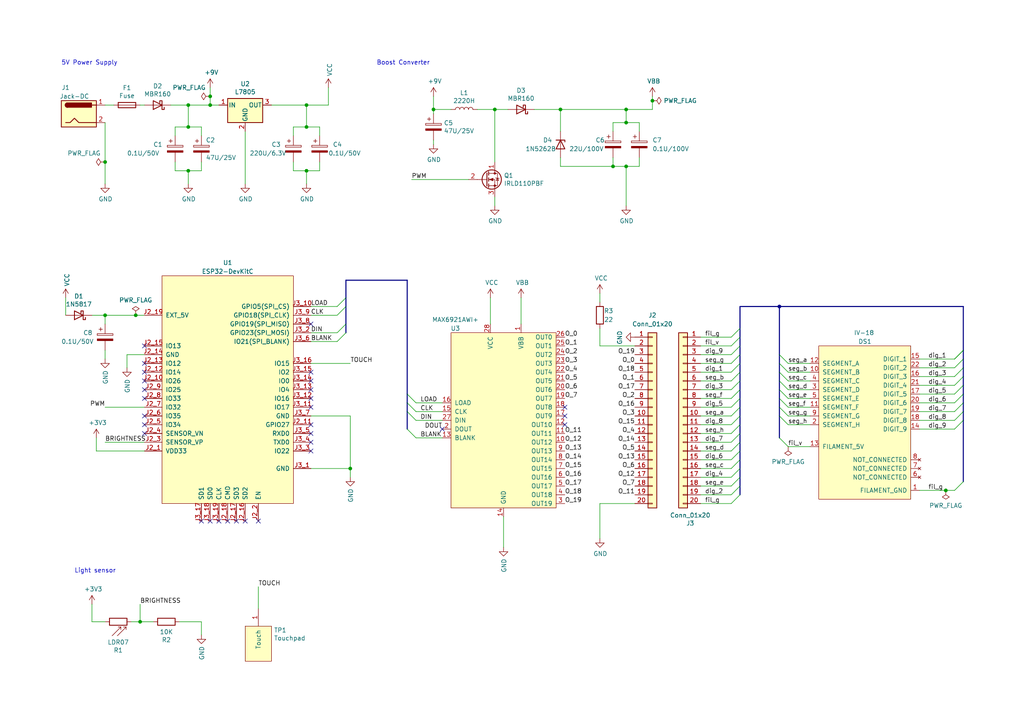
<source format=kicad_sch>
(kicad_sch (version 20211123) (generator eeschema)
  (paper "A4")
  (title_block (title "Callisto"))
  (lib_symbols
    (symbol "Connector:Jack-DC" (pin_names (offset 1.016))
      (property "Reference" "J" (at 0 5.334 0))
      (property "Value" "Jack-DC" (at 0 -5.08 0))
      (symbol "Jack-DC_0_1"
        (rectangle (start -5.08 3.81) (end 5.08 -3.81) (stroke (width 0.254)) (fill (type background)))
        (arc (start -3.302 3.175) (mid -3.937 2.54) (end -3.302 1.905) (stroke (width 0.254)))
        (arc (start -3.302 3.175) (mid -3.937 2.54) (end -3.302 1.905) (stroke (width 0.254)) (fill (type outline)))
        (polyline (pts (xy 5.08 2.54) (xy 3.81 2.54)) (stroke (width 0.254)))
        (polyline (pts (xy -3.81 -2.54) (xy -2.54 -2.54) (xy -1.27 -1.27) (xy 0 -2.54) (xy 2.54 -2.54) (xy 5.08 -2.54)) (stroke (width 0.254)))
        (rectangle (start 3.683 3.175) (end -3.302 1.905) (stroke (width 0.254)) (fill (type outline)))
      )
      (symbol "Jack-DC_1_1"
        (pin passive line (at 7.62 2.54 180) (length 2.54) (name "~") (number "1"))
        (pin passive line (at 7.62 -2.54 180) (length 2.54) (name "~") (number "2"))
      )
    )
    (symbol "Connector_Generic:Conn_01x20" (pin_names (offset 1.016) hide)
      (property "Reference" "J" (at 0 25.4 0))
      (property "Value" "Conn_01x20" (at 0 -27.94 0))
      (symbol "Conn_01x20_1_1"
        (rectangle (start -1.27 -25.273) (end 0 -25.527) (stroke (width 0.1524)))
        (rectangle (start -1.27 -22.733) (end 0 -22.987) (stroke (width 0.1524)))
        (rectangle (start -1.27 -20.193) (end 0 -20.447) (stroke (width 0.1524)))
        (rectangle (start -1.27 -17.653) (end 0 -17.907) (stroke (width 0.1524)))
        (rectangle (start -1.27 -15.113) (end 0 -15.367) (stroke (width 0.1524)))
        (rectangle (start -1.27 -12.573) (end 0 -12.827) (stroke (width 0.1524)))
        (rectangle (start -1.27 -10.033) (end 0 -10.287) (stroke (width 0.1524)))
        (rectangle (start -1.27 -7.493) (end 0 -7.747) (stroke (width 0.1524)))
        (rectangle (start -1.27 -4.953) (end 0 -5.207) (stroke (width 0.1524)))
        (rectangle (start -1.27 -2.413) (end 0 -2.667) (stroke (width 0.1524)))
        (rectangle (start -1.27 0.127) (end 0 -0.127) (stroke (width 0.1524)))
        (rectangle (start -1.27 2.667) (end 0 2.413) (stroke (width 0.1524)))
        (rectangle (start -1.27 5.207) (end 0 4.953) (stroke (width 0.1524)))
        (rectangle (start -1.27 7.747) (end 0 7.493) (stroke (width 0.1524)))
        (rectangle (start -1.27 10.287) (end 0 10.033) (stroke (width 0.1524)))
        (rectangle (start -1.27 12.827) (end 0 12.573) (stroke (width 0.1524)))
        (rectangle (start -1.27 15.367) (end 0 15.113) (stroke (width 0.1524)))
        (rectangle (start -1.27 17.907) (end 0 17.653) (stroke (width 0.1524)))
        (rectangle (start -1.27 20.447) (end 0 20.193) (stroke (width 0.1524)))
        (rectangle (start -1.27 22.987) (end 0 22.733) (stroke (width 0.1524)))
        (rectangle (start -1.27 24.13) (end 1.27 -26.67) (stroke (width 0.254)) (fill (type background)))
        (pin passive line (at -5.08 22.86 0) (length 3.81) (name "Pin_1") (number "1"))
        (pin passive line (at -5.08 0 0) (length 3.81) (name "Pin_10") (number "10"))
        (pin passive line (at -5.08 -2.54 0) (length 3.81) (name "Pin_11") (number "11"))
        (pin passive line (at -5.08 -5.08 0) (length 3.81) (name "Pin_12") (number "12"))
        (pin passive line (at -5.08 -7.62 0) (length 3.81) (name "Pin_13") (number "13"))
        (pin passive line (at -5.08 -10.16 0) (length 3.81) (name "Pin_14") (number "14"))
        (pin passive line (at -5.08 -12.7 0) (length 3.81) (name "Pin_15") (number "15"))
        (pin passive line (at -5.08 -15.24 0) (length 3.81) (name "Pin_16") (number "16"))
        (pin passive line (at -5.08 -17.78 0) (length 3.81) (name "Pin_17") (number "17"))
        (pin passive line (at -5.08 -20.32 0) (length 3.81) (name "Pin_18") (number "18"))
        (pin passive line (at -5.08 -22.86 0) (length 3.81) (name "Pin_19") (number "19"))
        (pin passive line (at -5.08 20.32 0) (length 3.81) (name "Pin_2") (number "2"))
        (pin passive line (at -5.08 -25.4 0) (length 3.81) (name "Pin_20") (number "20"))
        (pin passive line (at -5.08 17.78 0) (length 3.81) (name "Pin_3") (number "3"))
        (pin passive line (at -5.08 15.24 0) (length 3.81) (name "Pin_4") (number "4"))
        (pin passive line (at -5.08 12.7 0) (length 3.81) (name "Pin_5") (number "5"))
        (pin passive line (at -5.08 10.16 0) (length 3.81) (name "Pin_6") (number "6"))
        (pin passive line (at -5.08 7.62 0) (length 3.81) (name "Pin_7") (number "7"))
        (pin passive line (at -5.08 5.08 0) (length 3.81) (name "Pin_8") (number "8"))
        (pin passive line (at -5.08 2.54 0) (length 3.81) (name "Pin_9") (number "9"))
      )
    )
    (symbol "Device:CP" (pin_numbers hide) (pin_names (offset 0.254))
      (property "Reference" "C" (at 0.635 2.54 0))
      (property "Value" "Device_CP" (at 0.635 -2.54 0))
      (symbol "CP_0_1"
        (rectangle (start -2.286 0.508) (end 2.286 1.016))
        (polyline (pts (xy -1.778 2.286) (xy -0.762 2.286)))
        (polyline (pts (xy -1.27 2.794) (xy -1.27 1.778)))
        (rectangle (start 2.286 -0.508) (end -2.286 -1.016) (fill (type outline)))
      )
      (symbol "CP_1_1"
        (pin passive line (at 0 3.81 270) (length 2.794) (name "~") (number "1"))
        (pin passive line (at 0 -3.81 90) (length 2.794) (name "~") (number "2"))
      )
    )
    (symbol "Device:D_Schottky" (pin_numbers hide) (pin_names (offset 1.016) hide)
      (property "Reference" "D" (at 0 2.54 0))
      (property "Value" "D_Schottky" (at 0 -2.54 0))
      (symbol "D_Schottky_0_1"
        (polyline (pts (xy 1.27 0) (xy -1.27 0)))
        (polyline (pts (xy 1.27 1.27) (xy 1.27 -1.27) (xy -1.27 0) (xy 1.27 1.27)) (stroke (width 0.254)))
        (polyline (pts (xy -1.905 0.635) (xy -1.905 1.27) (xy -1.27 1.27) (xy -1.27 -1.27) (xy -0.635 -1.27) (xy -0.635 -0.635)) (stroke (width 0.254)))
      )
      (symbol "D_Schottky_1_1"
        (pin passive line (at -3.81 0 0) (length 2.54) (name "K") (number "1"))
        (pin passive line (at 3.81 0 180) (length 2.54) (name "A") (number "2"))
      )
    )
    (symbol "Device:D_Zener" (pin_numbers hide) (pin_names (offset 1.016) hide)
      (property "Reference" "D" (at 0 2.54 0))
      (property "Value" "D_Zener" (at 0 -2.54 0))
      (symbol "D_Zener_0_1"
        (polyline (pts (xy 1.27 0) (xy -1.27 0)))
        (polyline (pts (xy -1.27 -1.27) (xy -1.27 1.27) (xy -0.762 1.27)) (stroke (width 0.254)))
        (polyline (pts (xy 1.27 -1.27) (xy 1.27 1.27) (xy -1.27 0) (xy 1.27 -1.27)) (stroke (width 0.254)))
      )
      (symbol "D_Zener_1_1"
        (pin passive line (at -3.81 0 0) (length 2.54) (name "K") (number "1"))
        (pin passive line (at 3.81 0 180) (length 2.54) (name "A") (number "2"))
      )
    )
    (symbol "Device:Fuse" (pin_numbers hide) (pin_names (offset 0))
      (property "Reference" "F" (at 2.032 0 90))
      (property "Value" "Fuse" (at -1.905 0 90))
      (symbol "Fuse_0_1"
        (rectangle (start -0.762 -2.54) (end 0.762 2.54) (stroke (width 0.254)))
        (polyline (pts (xy 0 2.54) (xy 0 -2.54)))
      )
      (symbol "Fuse_1_1"
        (pin passive line (at 0 3.81 270) (length 1.27) (name "~") (number "1"))
        (pin passive line (at 0 -3.81 90) (length 1.27) (name "~") (number "2"))
      )
    )
    (symbol "Device:L" (pin_numbers hide) (pin_names (offset 1.016) hide)
      (property "Reference" "L" (at -1.27 0 90))
      (property "Value" "L" (at 1.905 0 90))
      (symbol "L_0_1"
        (arc (start 0 -2.54) (mid 0.635 -1.905) (end 0 -1.27))
        (arc (start 0 -1.27) (mid 0.635 -0.635) (end 0 0))
        (arc (start 0 0) (mid 0.635 0.635) (end 0 1.27))
        (arc (start 0 1.27) (mid 0.635 1.905) (end 0 2.54))
      )
      (symbol "L_1_1"
        (pin passive line (at 0 3.81 270) (length 1.27) (name "1") (number "1"))
        (pin passive line (at 0 -3.81 90) (length 1.27) (name "2") (number "2"))
      )
    )
    (symbol "Device:Q_NMOS_DGS" (pin_names (offset 0) hide)
      (property "Reference" "Q" (at 5.08 1.27 0))
      (property "Value" "Q_NMOS_DGS" (at 5.08 -1.27 0))
      (symbol "Q_NMOS_DGS_0_1"
        (polyline (pts (xy 0.254 0) (xy -2.54 0)))
        (polyline (pts (xy 0.254 1.905) (xy 0.254 -1.905)) (stroke (width 0.254)))
        (polyline (pts (xy 0.762 -1.27) (xy 0.762 -2.286)) (stroke (width 0.254)))
        (polyline (pts (xy 0.762 0.508) (xy 0.762 -0.508)) (stroke (width 0.254)))
        (polyline (pts (xy 0.762 2.286) (xy 0.762 1.27)) (stroke (width 0.254)))
        (polyline (pts (xy 2.54 2.54) (xy 2.54 1.778)))
        (polyline (pts (xy 2.54 -2.54) (xy 2.54 0) (xy 0.762 0)))
        (polyline (pts (xy 0.762 -1.778) (xy 3.302 -1.778) (xy 3.302 1.778) (xy 0.762 1.778)))
        (polyline (pts (xy 1.016 0) (xy 2.032 0.381) (xy 2.032 -0.381) (xy 1.016 0)) (fill (type outline)))
        (polyline (pts (xy 2.794 0.508) (xy 2.921 0.381) (xy 3.683 0.381) (xy 3.81 0.254)))
        (polyline (pts (xy 3.302 0.381) (xy 2.921 -0.254) (xy 3.683 -0.254) (xy 3.302 0.381)))
        (circle (center 1.651 0) (radius 2.794) (stroke (width 0.254)))
        (circle (center 2.54 -1.778) (radius 0.254) (fill (type outline)))
        (circle (center 2.54 1.778) (radius 0.254) (fill (type outline)))
      )
      (symbol "Q_NMOS_DGS_1_1"
        (pin passive line (at 2.54 5.08 270) (length 2.54) (name "D") (number "1"))
        (pin input line (at -5.08 0 0) (length 2.54) (name "G") (number "2"))
        (pin passive line (at 2.54 -5.08 90) (length 2.54) (name "S") (number "3"))
      )
    )
    (symbol "Device:R" (pin_numbers hide) (pin_names (offset 0))
      (property "Reference" "R" (at 2.032 0 90))
      (property "Value" "R" (at 0 0 90))
      (symbol "R_0_1"
        (rectangle (start -1.016 -2.54) (end 1.016 2.54) (stroke (width 0.254)))
      )
      (symbol "R_1_1"
        (pin passive line (at 0 3.81 270) (length 1.27) (name "~") (number "1"))
        (pin passive line (at 0 -3.81 90) (length 1.27) (name "~") (number "2"))
      )
    )
    (symbol "Regulator_Linear:L7805" (pin_names (offset 0.254))
      (property "Reference" "U" (at -3.81 3.175 0))
      (property "Value" "L7805" (at 0 3.175 0))
      (symbol "L7805_0_1"
        (rectangle (start -5.08 1.905) (end 5.08 -5.08) (stroke (width 0.254)) (fill (type background)))
      )
      (symbol "L7805_1_1"
        (pin power_in line (at -7.62 0 0) (length 2.54) (name "IN") (number "1"))
        (pin power_in line (at 0 -7.62 90) (length 2.54) (name "GND") (number "2"))
        (pin power_out line (at 7.62 0 180) (length 2.54) (name "OUT") (number "3"))
      )
    )
    (symbol "Sensor_Optical:LDR07" (pin_numbers hide) (pin_names (offset 0))
      (property "Reference" "R" (at -5.08 0 90))
      (property "Value" "LDR07" (at 1.905 0 90))
      (symbol "LDR07_0_1"
        (rectangle (start -1.016 2.54) (end 1.016 -2.54) (stroke (width 0.254)))
        (polyline (pts (xy -1.524 -2.286) (xy -4.064 0.254)))
        (polyline (pts (xy -1.524 -2.286) (xy -2.286 -2.286)))
        (polyline (pts (xy -1.524 -2.286) (xy -1.524 -1.524)))
        (polyline (pts (xy -1.524 -0.762) (xy -4.064 1.778)))
        (polyline (pts (xy -1.524 -0.762) (xy -2.286 -0.762)))
        (polyline (pts (xy -1.524 -0.762) (xy -1.524 0)))
      )
      (symbol "LDR07_1_1"
        (pin passive line (at 0 3.81 270) (length 1.27) (name "~") (number "1"))
        (pin passive line (at 0 -3.81 90) (length 1.27) (name "~") (number "2"))
      )
    )
    (symbol "callisto_lib:ESP32-DevKitC" (pin_names (offset 1.016))
      (property "Reference" "U" (at 0 5.08 0))
      (property "Value" "ESP32-DevKitC" (at 0 7.62 0))
      (symbol "ESP32-DevKitC_0_1"
        (rectangle (start -19.05 11.43) (end 19.05 -54.61) (fill (type background)))
      )
      (symbol "ESP32-DevKitC_1_1"
        (pin power_out line (at -24.13 -39.37 0) (length 5.08) (name "VDD33") (number "J2_1"))
        (pin bidirectional line (at -24.13 -19.05 0) (length 5.08) (name "IO26") (number "J2_10"))
        (pin bidirectional line (at 24.13 -31.75 180) (length 5.08) (name "GPIO27") (number "J2_11"))
        (pin bidirectional line (at -24.13 -16.51 0) (length 5.08) (name "IO14") (number "J2_12"))
        (pin bidirectional line (at -24.13 -13.97 0) (length 5.08) (name "IO12") (number "J2_13"))
        (pin power_in line (at -24.13 -11.43 0) (length 5.08) (name "GND") (number "J2_14"))
        (pin bidirectional line (at -24.13 -8.89 0) (length 5.08) (name "IO13") (number "J2_15"))
        (pin bidirectional line (at 5.08 -59.69 90) (length 5.08) (name "SD2") (number "J2_16"))
        (pin bidirectional line (at 2.54 -59.69 90) (length 5.08) (name "SD3") (number "J2_17"))
        (pin bidirectional line (at 0 -59.69 90) (length 5.08) (name "CMD") (number "J2_18"))
        (pin power_in line (at -24.13 0 0) (length 5.08) (name "EXT_5V") (number "J2_19"))
        (pin input line (at 8.89 -59.69 90) (length 5.08) (name "EN") (number "J2_2"))
        (pin input line (at -24.13 -36.83 0) (length 5.08) (name "SENSOR_VP") (number "J2_3"))
        (pin input line (at -24.13 -34.29 0) (length 5.08) (name "SENSOR_VN") (number "J2_4"))
        (pin input line (at -24.13 -31.75 0) (length 5.08) (name "IO34") (number "J2_5"))
        (pin input line (at -24.13 -29.21 0) (length 5.08) (name "IO35") (number "J2_6"))
        (pin bidirectional line (at -24.13 -26.67 0) (length 5.08) (name "IO32") (number "J2_7"))
        (pin bidirectional line (at -24.13 -24.13 0) (length 5.08) (name "IO33") (number "J2_8"))
        (pin bidirectional line (at -24.13 -21.59 0) (length 5.08) (name "IO25") (number "J2_9"))
        (pin power_in line (at 24.13 -44.45 180) (length 5.08) (name "GND") (number "J3_1"))
        (pin bidirectional line (at 24.13 2.54 180) (length 5.08) (name "GPIO5(SPI_CS)") (number "J3_10"))
        (pin bidirectional line (at 24.13 -26.67 180) (length 5.08) (name "IO17") (number "J3_11"))
        (pin bidirectional line (at 24.13 -24.13 180) (length 5.08) (name "IO16") (number "J3_12"))
        (pin bidirectional line (at 24.13 -21.59 180) (length 5.08) (name "IO4") (number "J3_13"))
        (pin bidirectional line (at 24.13 -19.05 180) (length 5.08) (name "IO0") (number "J3_14"))
        (pin bidirectional line (at 24.13 -16.51 180) (length 5.08) (name "IO2") (number "J3_15"))
        (pin bidirectional line (at 24.13 -13.97 180) (length 5.08) (name "IO15") (number "J3_16"))
        (pin bidirectional line (at -7.62 -59.69 90) (length 5.08) (name "SD1") (number "J3_17"))
        (pin bidirectional line (at -5.08 -59.69 90) (length 5.08) (name "SD0") (number "J3_18"))
        (pin bidirectional line (at -2.54 -59.69 90) (length 5.08) (name "CLK") (number "J3_19"))
        (pin bidirectional line (at 24.13 -5.08 180) (length 5.08) (name "GPIO23(SPI_MOSI)") (number "J3_2"))
        (pin bidirectional line (at 24.13 -39.37 180) (length 5.08) (name "IO22") (number "J3_3"))
        (pin bidirectional line (at 24.13 -36.83 180) (length 5.08) (name "TXD0") (number "J3_4"))
        (pin bidirectional line (at 24.13 -34.29 180) (length 5.08) (name "RXD0") (number "J3_5"))
        (pin bidirectional line (at 24.13 -7.62 180) (length 5.08) (name "IO21(SPI_BLANK)") (number "J3_6"))
        (pin power_in line (at 24.13 -29.21 180) (length 5.08) (name "GND") (number "J3_7"))
        (pin bidirectional line (at 24.13 -2.54 180) (length 5.08) (name "GPIO19(SPI_MISO)") (number "J3_8"))
        (pin bidirectional line (at 24.13 0 180) (length 5.08) (name "GPIO18(SPI_CLK)") (number "J3_9"))
      )
    )
    (symbol "callisto_lib:IV-18" (pin_names (offset 1.016))
      (property "Reference" "DS" (at -5.08 24.13 0))
      (property "Value" "IV-18" (at -5.08 21.59 0))
      (symbol "IV-18_0_1"
        (rectangle (start -17.78 -25.4) (end 8.89 19.05) (fill (type background)))
      )
      (symbol "IV-18_1_1"
        (pin power_in line (at 11.43 -22.86 180) (length 2.54) (name "FILAMENT_GND") (number "1"))
        (pin input line (at -20.32 11.43 0) (length 2.54) (name "SEGMENT_B") (number "10"))
        (pin input line (at -20.32 1.27 0) (length 2.54) (name "SEGMENT_F") (number "11"))
        (pin input line (at -20.32 13.97 0) (length 2.54) (name "SEGMENT_A") (number "12"))
        (pin power_in line (at -20.32 -10.16 0) (length 2.54) (name "FILAMENT_5V") (number "13"))
        (pin input line (at 11.43 -5.08 180) (length 2.54) (name "DIGIT_9") (number "14"))
        (pin input line (at 11.43 15.24 180) (length 2.54) (name "DIGIT_1") (number "15"))
        (pin input line (at 11.43 10.16 180) (length 2.54) (name "DIGIT_3") (number "16"))
        (pin input line (at 11.43 5.08 180) (length 2.54) (name "DIGIT_5") (number "17"))
        (pin input line (at 11.43 -2.54 180) (length 2.54) (name "DIGIT_8") (number "18"))
        (pin input line (at 11.43 0 180) (length 2.54) (name "DIGIT_7") (number "19"))
        (pin input line (at -20.32 -3.81 0) (length 2.54) (name "SEGMENT_H") (number "2"))
        (pin input line (at 11.43 2.54 180) (length 2.54) (name "DIGIT_6") (number "20"))
        (pin input line (at 11.43 7.62 180) (length 2.54) (name "DIGIT_4") (number "21"))
        (pin input line (at 11.43 12.7 180) (length 2.54) (name "DIGIT_2") (number "22"))
        (pin input line (at -20.32 6.35 0) (length 2.54) (name "SEGMENT_D") (number "3"))
        (pin input line (at -20.32 8.89 0) (length 2.54) (name "SEGMENT_C") (number "4"))
        (pin input line (at -20.32 3.81 0) (length 2.54) (name "SEGMENT_E") (number "5"))
        (pin no_connect line (at 11.43 -19.05 180) (length 2.54) (name "NOT_CONNECTED") (number "6"))
        (pin no_connect line (at 11.43 -16.51 180) (length 2.54) (name "NOT_CONNECTED") (number "7"))
        (pin no_connect line (at 11.43 -13.97 180) (length 2.54) (name "NOT_CONNECTED") (number "8"))
        (pin input line (at -20.32 -1.27 0) (length 2.54) (name "SEGMENT_G") (number "9"))
      )
    )
    (symbol "callisto_lib:MAX6921AWI+" (pin_names (offset 1.016))
      (property "Reference" "U" (at 0 0 0))
      (property "Value" "MAX6921AWI+" (at 0 2.54 0))
      (symbol "MAX6921AWI+_0_1"
        (rectangle (start -15.24 25.4) (end 15.24 -25.4) (fill (type background)))
      )
      (symbol "MAX6921AWI+_1_1"
        (pin power_in line (at 5.08 27.94 270) (length 2.54) (name "VBB") (number "1"))
        (pin output line (at 17.78 -6.35 180) (length 2.54) (name "OUT12") (number "10"))
        (pin output line (at 17.78 -3.81 180) (length 2.54) (name "OUT11") (number "11"))
        (pin output line (at 17.78 -1.27 180) (length 2.54) (name "OUT10") (number "12"))
        (pin input line (at -17.78 -5.08 0) (length 2.54) (name "BLANK") (number "13"))
        (pin power_in line (at 0 -27.94 90) (length 2.54) (name "GND") (number "14"))
        (pin input line (at -17.78 2.54 0) (length 2.54) (name "CLK") (number "15"))
        (pin input line (at -17.78 5.08 0) (length 2.54) (name "LOAD") (number "16"))
        (pin output line (at 17.78 1.27 180) (length 2.54) (name "OUT9") (number "17"))
        (pin output line (at 17.78 3.81 180) (length 2.54) (name "OUT8") (number "18"))
        (pin output line (at 17.78 6.35 180) (length 2.54) (name "OUT7") (number "19"))
        (pin output line (at -17.78 -2.54 0) (length 2.54) (name "DOUT") (number "2"))
        (pin output line (at 17.78 8.89 180) (length 2.54) (name "OUT6") (number "20"))
        (pin output line (at 17.78 11.43 180) (length 2.54) (name "OUT5") (number "21"))
        (pin output line (at 17.78 13.97 180) (length 2.54) (name "OUT4") (number "22"))
        (pin output line (at 17.78 16.51 180) (length 2.54) (name "OUT3") (number "23"))
        (pin output line (at 17.78 19.05 180) (length 2.54) (name "OUT2") (number "24"))
        (pin output line (at 17.78 21.59 180) (length 2.54) (name "OUT1") (number "25"))
        (pin output line (at 17.78 24.13 180) (length 2.54) (name "OUT0") (number "26"))
        (pin input line (at -17.78 0 0) (length 2.54) (name "DIN") (number "27"))
        (pin power_in line (at -3.81 27.94 270) (length 2.54) (name "VCC") (number "28"))
        (pin output line (at 17.78 -24.13 180) (length 2.54) (name "OUT19") (number "3"))
        (pin output line (at 17.78 -21.59 180) (length 2.54) (name "OUT18") (number "4"))
        (pin output line (at 17.78 -19.05 180) (length 2.54) (name "OUT17") (number "5"))
        (pin output line (at 17.78 -16.51 180) (length 2.54) (name "OUT16") (number "6"))
        (pin output line (at 17.78 -13.97 180) (length 2.54) (name "OUT15") (number "7"))
        (pin output line (at 17.78 -11.43 180) (length 2.54) (name "OUT14") (number "8"))
        (pin output line (at 17.78 -8.89 180) (length 2.54) (name "OUT13") (number "9"))
      )
    )
    (symbol "callisto_lib:Touchpad" (pin_names (offset 1.016))
      (property "Reference" "TP" (at 0 7.62 0))
      (property "Value" "Touchpad" (at 0 5.08 0))
      (symbol "Touchpad_0_1"
        (rectangle (start 5.08 3.81) (end -5.08 -3.81) (fill (type background)))
      )
      (symbol "Touchpad_1_1"
        (pin bidirectional line (at 10.16 0 180) (length 5.08) (name "Touch") (number "1"))
      )
    )
    (symbol "callisto_lib:VBB" (power) (pin_names (offset 0))
      (property "Value" "VBB" (at 0 3.81 0))
      (symbol "VBB_0_1"
        (polyline (pts (xy -0.762 1.27) (xy 0 2.54)))
        (polyline (pts (xy 0 0) (xy 0 2.54)))
        (polyline (pts (xy 0 2.54) (xy 0.762 1.27)))
      )
      (symbol "VBB_1_1"
        (pin power_in line (at 0 0 90) (length 0) hide (name "VBB") (number "1"))
      )
    )
    (symbol "power:+3V3" (power) (pin_names (offset 0))
      (property "Value" "+3V3" (at 0 3.556 0))
      (symbol "+3V3_0_1"
        (polyline (pts (xy -0.762 1.27) (xy 0 2.54)))
        (polyline (pts (xy 0 0) (xy 0 2.54)))
        (polyline (pts (xy 0 2.54) (xy 0.762 1.27)))
      )
      (symbol "+3V3_1_1"
        (pin power_in line (at 0 0 90) (length 0) hide (name "+3V3") (number "1"))
      )
    )
    (symbol "power:+9V" (power) (pin_names (offset 0))
      (property "Value" "+9V" (at 0 3.556 0))
      (symbol "+9V_0_1"
        (polyline (pts (xy -0.762 1.27) (xy 0 2.54)))
        (polyline (pts (xy 0 0) (xy 0 2.54)))
        (polyline (pts (xy 0 2.54) (xy 0.762 1.27)))
      )
      (symbol "+9V_1_1"
        (pin power_in line (at 0 0 90) (length 0) hide (name "+9V") (number "1"))
      )
    )
    (symbol "power:GND" (power) (pin_names (offset 0))
      (property "Value" "GND" (at 0 -3.81 0))
      (symbol "GND_0_1"
        (polyline (pts (xy 0 0) (xy 0 -1.27) (xy 1.27 -1.27) (xy 0 -2.54) (xy -1.27 -1.27) (xy 0 -1.27)))
      )
      (symbol "GND_1_1"
        (pin power_in line (at 0 0 270) (length 0) hide (name "GND") (number "1"))
      )
    )
    (symbol "power:PWR_FLAG" (power) (pin_numbers hide) (pin_names (offset 0) hide)
      (property "Value" "PWR_FLAG" (at 0 3.81 0))
      (symbol "PWR_FLAG_0_0"
        (pin power_out line (at 0 0 90) (length 0) (name "pwr") (number "1"))
      )
      (symbol "PWR_FLAG_0_1"
        (polyline (pts (xy 0 0) (xy 0 1.27) (xy -1.016 1.905) (xy 0 2.54) (xy 1.016 1.905) (xy 0 1.27)))
      )
    )
    (symbol "power:VCC" (power) (pin_names (offset 0))
      (property "Value" "VCC" (at 0 3.81 0))
      (symbol "VCC_0_1"
        (polyline (pts (xy -0.762 1.27) (xy 0 2.54)))
        (polyline (pts (xy 0 0) (xy 0 2.54)))
        (polyline (pts (xy 0 2.54) (xy 0.762 1.27)))
      )
      (symbol "VCC_1_1"
        (pin power_in line (at 0 0 90) (length 0) hide (name "VCC") (number "1"))
      )
    )
  )
  (junction (at 60.96 27.94))
  (junction (at 274.32 142.24))
  (junction (at 88.9 30.48))
  (junction (at 162.56 31.75))
  (junction (at 60.96 30.48))
  (junction (at 30.48 91.44))
  (junction (at 125.73 31.75))
  (junction (at 101.6 135.89))
  (junction (at 40.64 180.34))
  (junction (at 39.37 91.44))
  (junction (at 189.23 29.21))
  (junction (at 30.48 46.99))
  (junction (at 181.61 48.26))
  (junction (at 143.51 31.75))
  (junction (at 54.61 49.53))
  (junction (at 88.9 49.53))
  (junction (at 88.9 36.83))
  (junction (at 181.61 31.75))
  (junction (at 181.61 35.56))
  (junction (at 177.8 48.26))
  (junction (at 226.06 88.9))
  (junction (at 54.61 30.48))
  (junction (at 54.61 36.83))
  (no_connect (at 90.17 93.98))
  (no_connect (at 74.93 151.13))
  (no_connect (at 41.91 115.57))
  (no_connect (at 58.42 151.13))
  (no_connect (at 41.91 105.41))
  (no_connect (at 41.91 123.19))
  (no_connect (at 90.17 128.27))
  (no_connect (at 90.17 115.57))
  (no_connect (at 90.17 107.95))
  (no_connect (at 41.91 113.03))
  (no_connect (at 90.17 118.11))
  (no_connect (at 163.83 118.11))
  (no_connect (at 41.91 107.95))
  (no_connect (at 63.5 151.13))
  (no_connect (at 41.91 125.73))
  (no_connect (at 90.17 110.49))
  (no_connect (at 90.17 130.81))
  (no_connect (at 41.91 100.33))
  (no_connect (at 71.12 151.13))
  (no_connect (at 41.91 110.49))
  (no_connect (at 90.17 125.73))
  (no_connect (at 90.17 113.03))
  (no_connect (at 90.17 123.19))
  (no_connect (at 128.27 124.46))
  (no_connect (at 68.58 151.13))
  (no_connect (at 66.04 151.13))
  (no_connect (at 60.96 151.13))
  (no_connect (at 163.83 120.65))
  (no_connect (at 41.91 120.65))
  (no_connect (at 163.83 123.19))
  (bus_entry (at 212.09 143.51) (size 2.54 -2.54))
  (bus_entry (at 226.06 102.87) (size 2.54 2.54))
  (bus_entry (at 97.79 96.52) (size 2.54 -2.54))
  (bus_entry (at 276.86 142.24) (size 2.54 -2.54))
  (bus_entry (at 97.79 99.06) (size 2.54 -2.54))
  (bus_entry (at 212.09 110.49) (size 2.54 -2.54))
  (bus_entry (at 212.09 140.97) (size 2.54 -2.54))
  (bus_entry (at 276.86 119.38) (size 2.54 -2.54))
  (bus_entry (at 226.06 118.11) (size 2.54 2.54))
  (bus_entry (at 276.86 124.46) (size 2.54 -2.54))
  (bus_entry (at 212.09 125.73) (size 2.54 -2.54))
  (bus_entry (at 212.09 135.89) (size 2.54 -2.54))
  (bus_entry (at 276.86 111.76) (size 2.54 -2.54))
  (bus_entry (at 212.09 130.81) (size 2.54 -2.54))
  (bus_entry (at 226.06 110.49) (size 2.54 2.54))
  (bus_entry (at 212.09 146.05) (size 2.54 -2.54))
  (bus_entry (at 226.06 115.57) (size 2.54 2.54))
  (bus_entry (at 276.86 109.22) (size 2.54 -2.54))
  (bus_entry (at 212.09 105.41) (size 2.54 -2.54))
  (bus_entry (at 118.11 114.3) (size 2.54 2.54))
  (bus_entry (at 212.09 128.27) (size 2.54 -2.54))
  (bus_entry (at 118.11 124.46) (size 2.54 2.54))
  (bus_entry (at 276.86 106.68) (size 2.54 -2.54))
  (bus_entry (at 212.09 100.33) (size 2.54 -2.54))
  (bus_entry (at 276.86 114.3) (size 2.54 -2.54))
  (bus_entry (at 226.06 127) (size 2.54 2.54))
  (bus_entry (at 212.09 118.11) (size 2.54 -2.54))
  (bus_entry (at 212.09 113.03) (size 2.54 -2.54))
  (bus_entry (at 212.09 107.95) (size 2.54 -2.54))
  (bus_entry (at 212.09 138.43) (size 2.54 -2.54))
  (bus_entry (at 212.09 120.65) (size 2.54 -2.54))
  (bus_entry (at 276.86 104.14) (size 2.54 -2.54))
  (bus_entry (at 97.79 91.44) (size 2.54 -2.54))
  (bus_entry (at 118.11 119.38) (size 2.54 2.54))
  (bus_entry (at 118.11 116.84) (size 2.54 2.54))
  (bus_entry (at 97.79 88.9) (size 2.54 -2.54))
  (bus_entry (at 212.09 115.57) (size 2.54 -2.54))
  (bus_entry (at 226.06 107.95) (size 2.54 2.54))
  (bus_entry (at 212.09 133.35) (size 2.54 -2.54))
  (bus_entry (at 226.06 120.65) (size 2.54 2.54))
  (bus_entry (at 276.86 104.14) (size 2.54 -2.54))
  (bus_entry (at 226.06 105.41) (size 2.54 2.54))
  (bus_entry (at 276.86 121.92) (size 2.54 -2.54))
  (bus_entry (at 212.09 123.19) (size 2.54 -2.54))
  (bus_entry (at 226.06 113.03) (size 2.54 2.54))
  (bus_entry (at 276.86 116.84) (size 2.54 -2.54))
  (bus_entry (at 212.09 102.87) (size 2.54 -2.54))
  (bus_entry (at 212.09 97.79) (size 2.54 -2.54))
  (wire (pts (xy 185.42 48.26) (xy 181.61 48.26)))
  (bus (pts (xy 226.06 105.41) (xy 226.06 107.95)))
  (wire (pts (xy 266.7 124.46) (xy 276.86 124.46)))
  (wire (pts (xy 78.74 30.48) (xy 88.9 30.48)))
  (wire (pts (xy 203.2 140.97) (xy 212.09 140.97)))
  (wire (pts (xy 125.73 40.64) (xy 125.73 41.91)))
  (wire (pts (xy 40.64 180.34) (xy 38.1 180.34)))
  (wire (pts (xy 54.61 30.48) (xy 60.96 30.48)))
  (wire (pts (xy 92.71 46.99) (xy 92.71 49.53)))
  (wire (pts (xy 19.05 86.36) (xy 19.05 91.44)))
  (bus (pts (xy 279.4 109.22) (xy 279.4 111.76)))
  (wire (pts (xy 88.9 36.83) (xy 92.71 36.83)))
  (wire (pts (xy 92.71 36.83) (xy 92.71 39.37)))
  (bus (pts (xy 279.4 114.3) (xy 279.4 116.84)))
  (bus (pts (xy 214.63 115.57) (xy 214.63 118.11)))
  (wire (pts (xy 90.17 88.9) (xy 97.79 88.9)))
  (wire (pts (xy 203.2 100.33) (xy 212.09 100.33)))
  (wire (pts (xy 177.8 35.56) (xy 181.61 35.56)))
  (wire (pts (xy 27.94 127) (xy 27.94 130.81)))
  (bus (pts (xy 214.63 128.27) (xy 214.63 130.81)))
  (bus (pts (xy 118.11 119.38) (xy 118.11 124.46)))
  (bus (pts (xy 100.33 81.28) (xy 100.33 86.36)))
  (wire (pts (xy 90.17 135.89) (xy 101.6 135.89)))
  (bus (pts (xy 214.63 88.9) (xy 226.06 88.9)))
  (wire (pts (xy 177.8 38.1) (xy 177.8 35.56)))
  (wire (pts (xy 203.2 118.11) (xy 212.09 118.11)))
  (wire (pts (xy 30.48 91.44) (xy 30.48 93.98)))
  (wire (pts (xy 266.7 114.3) (xy 276.86 114.3)))
  (bus (pts (xy 279.4 88.9) (xy 279.4 101.6)))
  (wire (pts (xy 162.56 31.75) (xy 181.61 31.75)))
  (bus (pts (xy 214.63 105.41) (xy 214.63 107.95)))
  (wire (pts (xy 143.51 57.15) (xy 143.51 59.69)))
  (bus (pts (xy 226.06 110.49) (xy 226.06 113.03)))
  (wire (pts (xy 54.61 36.83) (xy 54.61 30.48)))
  (wire (pts (xy 203.2 138.43) (xy 212.09 138.43)))
  (wire (pts (xy 173.99 100.33) (xy 184.15 100.33)))
  (wire (pts (xy 266.7 109.22) (xy 276.86 109.22)))
  (wire (pts (xy 203.2 115.57) (xy 212.09 115.57)))
  (bus (pts (xy 279.4 116.84) (xy 279.4 119.38)))
  (wire (pts (xy 228.6 110.49) (xy 234.95 110.49)))
  (bus (pts (xy 214.63 88.9) (xy 214.63 95.25)))
  (wire (pts (xy 58.42 36.83) (xy 58.42 39.37)))
  (wire (pts (xy 90.17 99.06) (xy 97.79 99.06)))
  (wire (pts (xy 58.42 49.53) (xy 54.61 49.53)))
  (wire (pts (xy 189.23 31.75) (xy 189.23 29.21)))
  (wire (pts (xy 181.61 48.26) (xy 181.61 59.69)))
  (wire (pts (xy 185.42 35.56) (xy 185.42 38.1)))
  (wire (pts (xy 228.6 107.95) (xy 234.95 107.95)))
  (wire (pts (xy 266.7 104.14) (xy 276.86 104.14)))
  (wire (pts (xy 85.09 36.83) (xy 88.9 36.83)))
  (bus (pts (xy 214.63 95.25) (xy 214.63 97.79)))
  (bus (pts (xy 226.06 88.9) (xy 279.4 88.9)))
  (wire (pts (xy 189.23 29.21) (xy 189.23 27.94)))
  (wire (pts (xy 41.91 118.11) (xy 30.48 118.11)))
  (wire (pts (xy 90.17 120.65) (xy 101.6 120.65)))
  (wire (pts (xy 88.9 30.48) (xy 95.25 30.48)))
  (wire (pts (xy 27.94 130.81) (xy 41.91 130.81)))
  (wire (pts (xy 203.2 110.49) (xy 212.09 110.49)))
  (wire (pts (xy 154.94 31.75) (xy 162.56 31.75)))
  (wire (pts (xy 30.48 46.99) (xy 30.48 53.34)))
  (bus (pts (xy 118.11 114.3) (xy 118.11 116.84)))
  (bus (pts (xy 214.63 113.03) (xy 214.63 115.57)))
  (wire (pts (xy 40.64 180.34) (xy 40.64 175.26)))
  (wire (pts (xy 203.2 105.41) (xy 212.09 105.41)))
  (bus (pts (xy 214.63 123.19) (xy 214.63 125.73)))
  (wire (pts (xy 30.48 35.56) (xy 30.48 46.99)))
  (bus (pts (xy 226.06 115.57) (xy 226.06 118.11)))
  (wire (pts (xy 125.73 31.75) (xy 130.81 31.75)))
  (wire (pts (xy 181.61 35.56) (xy 181.61 31.75)))
  (wire (pts (xy 30.48 101.6) (xy 30.48 104.14)))
  (wire (pts (xy 203.2 133.35) (xy 212.09 133.35)))
  (wire (pts (xy 266.7 142.24) (xy 274.32 142.24)))
  (bus (pts (xy 214.63 100.33) (xy 214.63 102.87)))
  (wire (pts (xy 181.61 35.56) (xy 185.42 35.56)))
  (wire (pts (xy 36.83 102.87) (xy 36.83 106.68)))
  (wire (pts (xy 135.89 52.07) (xy 119.38 52.07)))
  (wire (pts (xy 54.61 36.83) (xy 58.42 36.83)))
  (bus (pts (xy 226.06 88.9) (xy 226.06 102.87)))
  (bus (pts (xy 226.06 102.87) (xy 226.06 105.41)))
  (wire (pts (xy 177.8 48.26) (xy 177.8 45.72)))
  (wire (pts (xy 71.12 38.1) (xy 71.12 53.34)))
  (bus (pts (xy 226.06 107.95) (xy 226.06 110.49)))
  (wire (pts (xy 143.51 31.75) (xy 147.32 31.75)))
  (wire (pts (xy 266.7 121.92) (xy 276.86 121.92)))
  (wire (pts (xy 88.9 49.53) (xy 85.09 49.53)))
  (wire (pts (xy 26.67 91.44) (xy 30.48 91.44)))
  (wire (pts (xy 146.05 149.86) (xy 146.05 158.75)))
  (wire (pts (xy 203.2 102.87) (xy 212.09 102.87)))
  (wire (pts (xy 90.17 96.52) (xy 97.79 96.52)))
  (wire (pts (xy 173.99 146.05) (xy 173.99 156.21)))
  (bus (pts (xy 118.11 81.28) (xy 100.33 81.28)))
  (wire (pts (xy 203.2 97.79) (xy 212.09 97.79)))
  (wire (pts (xy 266.7 116.84) (xy 276.86 116.84)))
  (bus (pts (xy 214.63 138.43) (xy 214.63 140.97)))
  (wire (pts (xy 85.09 49.53) (xy 85.09 46.99)))
  (bus (pts (xy 100.33 93.98) (xy 100.33 96.52)))
  (wire (pts (xy 30.48 128.27) (xy 41.91 128.27)))
  (wire (pts (xy 50.8 49.53) (xy 50.8 46.99)))
  (wire (pts (xy 125.73 27.94) (xy 125.73 31.75)))
  (wire (pts (xy 228.6 123.19) (xy 234.95 123.19)))
  (wire (pts (xy 49.53 30.48) (xy 54.61 30.48)))
  (wire (pts (xy 228.6 129.54) (xy 234.95 129.54)))
  (bus (pts (xy 118.11 81.28) (xy 118.11 114.3)))
  (wire (pts (xy 151.13 86.36) (xy 151.13 93.98)))
  (wire (pts (xy 173.99 85.09) (xy 173.99 87.63)))
  (wire (pts (xy 142.24 86.36) (xy 142.24 93.98)))
  (bus (pts (xy 100.33 86.36) (xy 100.33 88.9)))
  (wire (pts (xy 203.2 128.27) (xy 212.09 128.27)))
  (wire (pts (xy 143.51 46.99) (xy 143.51 31.75)))
  (wire (pts (xy 203.2 146.05) (xy 212.09 146.05)))
  (wire (pts (xy 266.7 106.68) (xy 276.86 106.68)))
  (wire (pts (xy 30.48 180.34) (xy 26.67 180.34)))
  (wire (pts (xy 30.48 30.48) (xy 33.02 30.48)))
  (wire (pts (xy 203.2 130.81) (xy 212.09 130.81)))
  (wire (pts (xy 162.56 38.1) (xy 162.56 31.75)))
  (bus (pts (xy 279.4 104.14) (xy 279.4 106.68)))
  (wire (pts (xy 40.64 30.48) (xy 41.91 30.48)))
  (bus (pts (xy 226.06 113.03) (xy 226.06 115.57)))
  (wire (pts (xy 128.27 121.92) (xy 120.65 121.92)))
  (bus (pts (xy 279.4 101.6) (xy 279.4 104.14)))
  (bus (pts (xy 279.4 106.68) (xy 279.4 109.22)))
  (bus (pts (xy 214.63 110.49) (xy 214.63 113.03)))
  (wire (pts (xy 203.2 113.03) (xy 212.09 113.03)))
  (wire (pts (xy 50.8 39.37) (xy 50.8 36.83)))
  (wire (pts (xy 44.45 180.34) (xy 40.64 180.34)))
  (wire (pts (xy 60.96 27.94) (xy 60.96 30.48)))
  (wire (pts (xy 54.61 49.53) (xy 50.8 49.53)))
  (bus (pts (xy 279.4 121.92) (xy 279.4 139.7)))
  (bus (pts (xy 214.63 135.89) (xy 214.63 138.43)))
  (wire (pts (xy 203.2 120.65) (xy 212.09 120.65)))
  (wire (pts (xy 203.2 143.51) (xy 212.09 143.51)))
  (wire (pts (xy 162.56 48.26) (xy 162.56 45.72)))
  (wire (pts (xy 52.07 180.34) (xy 58.42 180.34)))
  (wire (pts (xy 203.2 123.19) (xy 212.09 123.19)))
  (wire (pts (xy 101.6 135.89) (xy 101.6 138.43)))
  (wire (pts (xy 88.9 49.53) (xy 88.9 53.34)))
  (bus (pts (xy 214.63 120.65) (xy 214.63 123.19)))
  (wire (pts (xy 177.8 48.26) (xy 162.56 48.26)))
  (wire (pts (xy 181.61 31.75) (xy 189.23 31.75)))
  (wire (pts (xy 85.09 39.37) (xy 85.09 36.83)))
  (wire (pts (xy 58.42 46.99) (xy 58.42 49.53)))
  (wire (pts (xy 125.73 31.75) (xy 125.73 33.02)))
  (wire (pts (xy 203.2 107.95) (xy 212.09 107.95)))
  (bus (pts (xy 214.63 118.11) (xy 214.63 120.65)))
  (wire (pts (xy 26.67 175.26) (xy 26.67 180.34)))
  (wire (pts (xy 54.61 49.53) (xy 54.61 53.34)))
  (bus (pts (xy 226.06 118.11) (xy 226.06 120.65)))
  (wire (pts (xy 58.42 180.34) (xy 58.42 184.15)))
  (bus (pts (xy 226.06 120.65) (xy 226.06 127)))
  (wire (pts (xy 228.6 115.57) (xy 234.95 115.57)))
  (wire (pts (xy 120.65 127) (xy 128.27 127)))
  (wire (pts (xy 203.2 125.73) (xy 212.09 125.73)))
  (wire (pts (xy 60.96 25.4) (xy 60.96 27.94)))
  (bus (pts (xy 214.63 140.97) (xy 214.63 143.51)))
  (bus (pts (xy 214.63 133.35) (xy 214.63 135.89)))
  (wire (pts (xy 228.6 118.11) (xy 234.95 118.11)))
  (wire (pts (xy 173.99 95.25) (xy 173.99 100.33)))
  (wire (pts (xy 203.2 135.89) (xy 212.09 135.89)))
  (wire (pts (xy 90.17 105.41) (xy 101.6 105.41)))
  (bus (pts (xy 100.33 88.9) (xy 100.33 93.98)))
  (bus (pts (xy 214.63 102.87) (xy 214.63 105.41)))
  (wire (pts (xy 120.65 119.38) (xy 128.27 119.38)))
  (wire (pts (xy 274.32 142.24) (xy 276.86 142.24)))
  (bus (pts (xy 214.63 107.95) (xy 214.63 110.49)))
  (wire (pts (xy 92.71 49.53) (xy 88.9 49.53)))
  (wire (pts (xy 41.91 102.87) (xy 36.83 102.87)))
  (wire (pts (xy 60.96 30.48) (xy 63.5 30.48)))
  (bus (pts (xy 214.63 125.73) (xy 214.63 128.27)))
  (wire (pts (xy 74.93 176.53) (xy 74.93 170.18)))
  (wire (pts (xy 101.6 120.65) (xy 101.6 135.89)))
  (bus (pts (xy 279.4 119.38) (xy 279.4 121.92)))
  (wire (pts (xy 88.9 36.83) (xy 88.9 30.48)))
  (bus (pts (xy 214.63 97.79) (xy 214.63 100.33)))
  (wire (pts (xy 228.6 105.41) (xy 234.95 105.41)))
  (wire (pts (xy 39.37 91.44) (xy 41.91 91.44)))
  (wire (pts (xy 266.7 119.38) (xy 276.86 119.38)))
  (wire (pts (xy 128.27 116.84) (xy 120.65 116.84)))
  (wire (pts (xy 90.17 91.44) (xy 97.79 91.44)))
  (bus (pts (xy 214.63 130.81) (xy 214.63 133.35)))
  (wire (pts (xy 30.48 91.44) (xy 39.37 91.44)))
  (bus (pts (xy 279.4 111.76) (xy 279.4 114.3)))
  (wire (pts (xy 173.99 146.05) (xy 184.15 146.05)))
  (bus (pts (xy 118.11 116.84) (xy 118.11 119.38)))
  (wire (pts (xy 266.7 111.76) (xy 276.86 111.76)))
  (wire (pts (xy 50.8 36.83) (xy 54.61 36.83)))
  (wire (pts (xy 228.6 113.03) (xy 234.95 113.03)))
  (wire (pts (xy 95.25 25.4) (xy 95.25 30.48)))
  (wire (pts (xy 181.61 48.26) (xy 177.8 48.26)))
  (wire (pts (xy 228.6 120.65) (xy 234.95 120.65)))
  (wire (pts (xy 185.42 45.72) (xy 185.42 48.26)))
  (wire (pts (xy 138.43 31.75) (xy 143.51 31.75)))
  (text "5V Power Supply" (at 17.78 19.05 0) (effects (font (size 1.27 1.27)) (justify left bottom)))
  (text "Light sensor" (at 21.59 166.37 0) (effects (font (size 1.27 1.27)) (justify left bottom)))
  (text "Boost Converter" (at 109.22 19.05 0) (effects (font (size 1.27 1.27)) (justify left bottom)))
  (label "O_3" (at 184.15 120.65 180))
  (label "DIN" (at 90.17 96.52 0))
  (label "O_6" (at 184.15 135.89 180))
  (label "fil_g" (at 204.47 146.05 0))
  (label "seg_d" (at 228.6 113.03 0))
  (label "seg_g" (at 204.47 105.41 0))
  (label "O_17" (at 163.83 140.97 0))
  (label "seg_a" (at 204.47 120.65 0))
  (label "O_4" (at 163.83 107.95 0))
  (label "fil_g" (at 269.24 142.24 0))
  (label "BLANK" (at 121.92 127 0))
  (label "O_19" (at 163.83 146.05 0))
  (label "dig_6" (at 269.24 116.84 0))
  (label "O_13" (at 163.83 130.81 0))
  (label "O_3" (at 163.83 105.41 0))
  (label "dig_2" (at 204.47 143.51 0))
  (label "CLK" (at 90.17 91.44 0))
  (label "seg_a" (at 228.6 105.41 0))
  (label "O_18" (at 184.15 107.95 180))
  (label "PWM" (at 30.48 118.11 180))
  (label "dig_8" (at 269.24 121.92 0))
  (label "O_18" (at 163.83 143.51 0))
  (label "O_2" (at 163.83 102.87 0))
  (label "dig_8" (at 204.47 123.19 0))
  (label "fil_v" (at 228.6 129.54 0))
  (label "O_11" (at 163.83 125.73 0))
  (label "CLK" (at 121.92 119.38 0))
  (label "seg_e" (at 204.47 140.97 0))
  (label "O_1" (at 184.15 110.49 180))
  (label "O_15" (at 163.83 135.89 0))
  (label "BLANK" (at 90.17 99.06 0))
  (label "PWM" (at 119.38 52.07 0))
  (label "seg_f" (at 204.47 115.57 0))
  (label "O_13" (at 184.15 133.35 180))
  (label "dig_3" (at 204.47 113.03 0))
  (label "dig_3" (at 269.24 109.22 0))
  (label "O_2" (at 184.15 115.57 180))
  (label "TOUCH" (at 74.93 170.18 0))
  (label "LOAD" (at 121.92 116.84 0))
  (label "O_5" (at 184.15 130.81 180))
  (label "O_0" (at 184.15 105.41 180))
  (label "dig_9" (at 269.24 124.46 0))
  (label "fil_v" (at 204.47 100.33 0))
  (label "dig_7" (at 269.24 119.38 0))
  (label "dig_5" (at 269.24 114.3 0))
  (label "dig_9" (at 204.47 102.87 0))
  (label "fil_g" (at 204.47 97.79 0))
  (label "seg_d" (at 204.47 130.81 0))
  (label "O_7" (at 163.83 115.57 0))
  (label "O_12" (at 184.15 138.43 180))
  (label "TOUCH" (at 101.6 105.41 0))
  (label "O_4" (at 184.15 125.73 180))
  (label "DOUT" (at 128.27 124.46 180))
  (label "seg_c" (at 228.6 110.49 0))
  (label "dig_5" (at 204.47 118.11 0))
  (label "dig_2" (at 269.24 106.68 0))
  (label "seg_b" (at 204.47 110.49 0))
  (label "O_1" (at 163.83 100.33 0))
  (label "seg_e" (at 228.6 115.57 0))
  (label "dig_6" (at 204.47 133.35 0))
  (label "DIN" (at 121.92 121.92 0))
  (label "dig_1" (at 269.24 104.14 0))
  (label "O_19" (at 184.15 102.87 180))
  (label "LOAD" (at 90.17 88.9 0))
  (label "O_7" (at 184.15 140.97 180))
  (label "dig_4" (at 204.47 138.43 0))
  (label "seg_h" (at 228.6 123.19 0))
  (label "O_6" (at 163.83 113.03 0))
  (label "dig_1" (at 204.47 107.95 0))
  (label "O_5" (at 163.83 110.49 0))
  (label "O_11" (at 184.15 143.51 180))
  (label "dig_7" (at 204.47 128.27 0))
  (label "dig_4" (at 269.24 111.76 0))
  (label "O_16" (at 163.83 138.43 0))
  (label "seg_b" (at 228.6 107.95 0))
  (label "O_15" (at 184.15 123.19 180))
  (label "seg_h" (at 204.47 125.73 0))
  (label "seg_f" (at 228.6 118.11 0))
  (label "O_17" (at 184.15 113.03 180))
  (label "BRIGHTNESS" (at 30.48 128.27 0))
  (label "O_16" (at 184.15 118.11 180))
  (label "BRIGHTNESS" (at 40.64 175.26 0))
  (label "O_14" (at 184.15 128.27 180))
  (label "seg_g" (at 228.6 120.65 0))
  (label "O_14" (at 163.83 133.35 0))
  (label "O_0" (at 163.83 97.79 0))
  (label "seg_c" (at 204.47 135.89 0))
  (label "O_12" (at 163.83 128.27 0))
  (symbol (lib_id "power:+9V") (at 125.73 27.94 0) (unit 1)
    (property "Reference" "#PWR013" (effects hide))
    (property "Value" "+9V" (at 126.111 23.5458 0))
  )
  (symbol (lib_id "Device:CP") (at 125.73 36.83 0) (unit 1)
    (property "Reference" "C5" (at 128.7272 35.6616 0) (effects (justify left)))
    (property "Value" "47U/25V" (at 128.7272 37.973 0) (effects (justify left)))
    (property "Footprint" "Capacitor_THT:CP_Radial_D5.0mm_P2.50mm" (effects hide))
  )
  (symbol (lib_id "Device:L") (at 134.62 31.75 90) (unit 1)
    (property "Reference" "L1" (at 134.62 26.924 90))
    (property "Value" "2220H" (at 134.62 29.2354 90))
    (property "Footprint" "Inductor_THT:L_Radial_D9.5mm_P5.00mm_Fastron_07HVP" (effects hide))
  )
  (symbol (lib_id "Device:Q_NMOS_DGS") (at 140.97 52.07 0) (unit 1)
    (property "Reference" "Q1" (at 146.1516 50.9016 0) (effects (justify left)))
    (property "Value" "IRLD110PBF" (at 146.1516 53.213 0) (effects (justify left)))
    (property "Footprint" "Package_DIP:Vishay_HVM-DIP-3_W7.62mm" (effects hide))
  )
  (symbol (lib_id "Device:D_Schottky") (at 151.13 31.75 180) (unit 1)
    (property "Reference" "D3" (at 151.13 26.2382 0))
    (property "Value" "MBR160" (at 151.13 28.5496 0))
    (property "Footprint" "Diode_THT:D_DO-41_SOD81_P10.16mm_Horizontal" (effects hide))
  )
  (symbol (lib_id "Device:CP") (at 177.8 41.91 0) (unit 1)
    (property "Reference" "C6" (at 172.72 40.64 0) (effects (justify left)))
    (property "Value" "22U/100V" (at 165.1 43.18 0) (effects (justify left)))
    (property "Footprint" "Capacitor_THT:CP_Radial_D6.3mm_P2.50mm" (effects hide))
  )
  (symbol (lib_id "Device:CP") (at 92.71 43.18 0) (unit 1)
    (property "Reference" "C4" (at 96.52 41.91 0) (effects (justify left)))
    (property "Value" "0.1U/50V" (at 95.25 44.45 0) (effects (justify left)))
    (property "Footprint" "Capacitor_THT:C_Disc_D3.0mm_W1.6mm_P2.50mm" (effects hide))
  )
  (symbol (lib_id "power:VCC") (at 95.25 25.4 0) (unit 1)
    (property "Reference" "#PWR011" (effects hide))
    (property "Value" "VCC" (at 95.631 22.1488 90) (effects (justify left)))
  )
  (symbol (lib_id "Device:D_Zener") (at 162.56 41.91 270) (unit 1)
    (property "Reference" "D4" (at 157.48 40.64 90) (effects (justify left)))
    (property "Value" "1N5262B" (at 152.4 43.18 90) (effects (justify left)))
    (property "Footprint" "Diode_THT:D_DO-41_SOD81_P10.16mm_Horizontal" (effects hide))
  )
  (symbol (lib_id "Device:R") (at 173.99 91.44 180) (unit 1)
    (property "Reference" "R3" (at 176.53 90.17 0))
    (property "Value" "22" (at 176.53 92.71 0))
    (property "Footprint" "Resistor_THT:R_Axial_DIN0207_L6.3mm_D2.5mm_P10.16mm_Horizontal" (effects hide))
  )
  (symbol (lib_id "callisto_lib:VBB") (at 189.23 27.94 0) (unit 1)
    (property "Reference" "#PWR023" (effects hide))
    (property "Value" "VBB" (at 189.611 23.5458 0))
  )
  (symbol (lib_id "power:GND") (at 125.73 41.91 0) (unit 1)
    (property "Reference" "#PWR014" (effects hide))
    (property "Value" "GND" (at 125.857 46.3042 0))
  )
  (symbol (lib_id "Connector:Jack-DC") (at 22.86 33.02 0) (unit 1)
    (property "Reference" "J1" (at 19.05 25.4 0))
    (property "Value" "Jack-DC" (at 21.59 27.94 0))
    (property "Footprint" "Connector_BarrelJack:BarrelJack_Horizontal" (effects hide))
  )
  (symbol (lib_id "Device:Fuse") (at 36.83 30.48 270) (unit 1)
    (property "Reference" "F1" (at 36.83 25.4762 90))
    (property "Value" "Fuse" (at 36.83 27.7876 90))
    (property "Footprint" "Fuse:Fuse_Littelfuse_395Series" (effects hide))
  )
  (symbol (lib_id "Device:D_Schottky") (at 45.72 30.48 180) (unit 1)
    (property "Reference" "D2" (at 45.72 24.9682 0))
    (property "Value" "MBR160" (at 45.72 27.2796 0))
    (property "Footprint" "Diode_THT:D_DO-41_SOD81_P10.16mm_Horizontal" (effects hide))
  )
  (symbol (lib_id "Device:CP") (at 50.8 43.18 0) (unit 1)
    (property "Reference" "C1" (at 44.45 41.91 0) (effects (justify left)))
    (property "Value" "0.1U/50V" (at 36.83 44.45 0) (effects (justify left)))
    (property "Footprint" "Capacitor_THT:C_Disc_D3.0mm_W1.6mm_P2.50mm" (effects hide))
  )
  (symbol (lib_id "Device:CP") (at 58.42 43.18 0) (unit 1)
    (property "Reference" "C2" (at 59.69 40.64 0) (effects (justify left)))
    (property "Value" "47U/25V" (at 59.69 45.72 0) (effects (justify left)))
    (property "Footprint" "Capacitor_THT:CP_Radial_D5.0mm_P2.50mm" (effects hide))
  )
  (symbol (lib_id "Regulator_Linear:L7805") (at 71.12 30.48 0) (unit 1)
    (property "Reference" "U2" (at 71.12 24.3332 0))
    (property "Value" "L7805" (at 71.12 26.67 0))
    (property "Footprint" "callisto:L7805_with_heatsink" (effects hide))
    (property "Datasheet" "http://www.st.com/content/ccc/resource/technical/document/datasheet/41/4f/b3/b0/12/d4/47/88/CD00000444.pdf/files/CD00000444.pdf/jcr:content/translations/en.CD00000444.pdf" (effects hide))
  )
  (symbol (lib_id "Device:D_Schottky") (at 22.86 91.44 180) (unit 1)
    (property "Reference" "D1" (at 22.86 85.9282 0))
    (property "Value" "1N5817" (at 22.86 88.2396 0))
    (property "Footprint" "Diode_THT:D_DO-41_SOD81_P10.16mm_Horizontal" (effects hide))
  )
  (symbol (lib_id "power:GND") (at 143.51 59.69 0) (unit 1)
    (property "Reference" "#PWR016" (effects hide))
    (property "Value" "GND" (at 143.637 64.0842 0))
  )
  (symbol (lib_id "Device:CP") (at 85.09 43.18 0) (unit 1)
    (property "Reference" "C3" (at 78.74 41.91 0) (effects (justify left)))
    (property "Value" "220U/6.3V" (at 72.39 44.45 0) (effects (justify left)))
    (property "Footprint" "Capacitor_THT:CP_Radial_D6.3mm_P2.50mm" (effects hide))
  )
  (symbol (lib_id "Device:CP") (at 185.42 41.91 0) (unit 1)
    (property "Reference" "C7" (at 189.23 40.64 0) (effects (justify left)))
    (property "Value" "0.1U/100V" (at 189.23 43.18 0) (effects (justify left)))
    (property "Footprint" "Capacitor_THT:C_Disc_D3.0mm_W1.6mm_P2.50mm" (effects hide))
  )
  (symbol (lib_id "power:GND") (at 181.61 59.69 0) (unit 1)
    (property "Reference" "#PWR022" (effects hide))
    (property "Value" "GND" (at 181.737 64.0842 0))
  )
  (symbol (lib_id "power:GND") (at 30.48 53.34 0) (unit 1)
    (property "Reference" "#PWR05" (effects hide))
    (property "Value" "GND" (at 30.607 57.7342 0))
  )
  (symbol (lib_id "power:+9V") (at 60.96 25.4 0) (unit 1)
    (property "Reference" "#PWR08" (effects hide))
    (property "Value" "+9V" (at 61.341 21.0058 0))
  )
  (symbol (lib_id "Sensor_Optical:LDR07") (at 34.29 180.34 90) (unit 1)
    (property "Reference" "R1" (at 34.29 188.595 90))
    (property "Value" "LDR07" (at 34.29 186.2836 90))
    (property "Footprint" "Connector_PinHeader_2.54mm:PinHeader_1x02_P2.54mm_Vertical" (effects hide))
    (property "Datasheet" "http://www.tme.eu/de/Document/f2e3ad76a925811312d226c31da4cd7e/LDR07.pdf" (effects hide))
  )
  (symbol (lib_id "callisto_lib:ESP32-DevKitC") (at 66.04 91.44 0) (unit 1)
    (property "Reference" "U1" (at 66.04 76.2 0))
    (property "Value" "ESP32-DevKitC" (at 66.04 78.74 0))
    (property "Footprint" "callisto:ESP32 DevKitC" (effects hide))
  )
  (symbol (lib_id "Device:R") (at 48.26 180.34 90) (unit 1)
    (property "Reference" "R2" (at 48.26 185.5978 90))
    (property "Value" "10K" (at 48.26 183.2864 90))
    (property "Footprint" "Resistor_THT:R_Axial_DIN0207_L6.3mm_D2.5mm_P10.16mm_Horizontal" (effects hide))
  )
  (symbol (lib_id "callisto_lib:MAX6921AWI+") (at 146.05 121.92 0) (unit 1)
    (property "Reference" "U3" (at 132.08 95.25 0))
    (property "Value" "MAX6921AWI+" (at 132.08 92.71 0))
    (property "Footprint" "Package_SO:SOIC-28W_7.5x17.9mm_P1.27mm" (effects hide))
  )
  (symbol (lib_id "callisto_lib:IV-18") (at 255.27 119.38 0) (unit 1)
    (property "Reference" "DS1" (at 248.92 99.06 0) (effects (justify left)))
    (property "Value" "IV-18" (at 247.65 96.52 0) (effects (justify left)))
    (property "Footprint" "callisto:IV-18" (effects hide))
  )
  (symbol (lib_id "power:VCC") (at 142.24 86.36 0) (unit 1)
    (property "Reference" "#PWR015" (effects hide))
    (property "Value" "VCC" (at 142.621 81.9658 0))
  )
  (symbol (lib_id "callisto_lib:VBB") (at 151.13 86.36 0) (unit 1)
    (property "Reference" "#PWR018" (effects hide))
    (property "Value" "VBB" (at 151.511 81.9658 0))
  )
  (symbol (lib_id "power:VCC") (at 173.99 85.09 0) (unit 1)
    (property "Reference" "#PWR020" (effects hide))
    (property "Value" "VCC" (at 174.371 80.6958 0))
  )
  (symbol (lib_id "power:GND") (at 173.99 156.21 0) (unit 1)
    (property "Reference" "#PWR021" (effects hide))
    (property "Value" "GND" (at 174.117 160.6042 0))
  )
  (symbol (lib_id "power:GND") (at 36.83 106.68 0) (unit 1)
    (property "Reference" "#PWR03" (effects hide))
    (property "Value" "GND" (at 36.957 109.9312 90) (effects (justify right)))
  )
  (symbol (lib_id "power:GND") (at 146.05 158.75 0) (unit 1)
    (property "Reference" "#PWR017" (effects hide))
    (property "Value" "GND" (at 146.177 162.0012 90) (effects (justify right)))
  )
  (symbol (lib_id "power:VCC") (at 19.05 86.36 0) (unit 1)
    (property "Reference" "#PWR01" (effects hide))
    (property "Value" "VCC" (at 19.431 83.1088 90) (effects (justify left)))
  )
  (symbol (lib_id "Connector_Generic:Conn_01x20") (at 198.12 120.65 0) (mirror y) (unit 1)
    (property "Reference" "J3" (at 200.2028 151.765 0))
    (property "Value" "Conn_01x20" (at 200.2028 149.4536 0))
    (property "Footprint" "Connector_IDC:IDC-Header_2x10_P2.54mm_Vertical" (effects hide))
  )
  (symbol (lib_id "power:GND") (at 101.6 138.43 0) (unit 1)
    (property "Reference" "#PWR012" (effects hide))
    (property "Value" "GND" (at 101.727 141.6812 90) (effects (justify right)))
  )
  (symbol (lib_id "power:GND") (at 88.9 53.34 0) (unit 1)
    (property "Reference" "#PWR010" (effects hide))
    (property "Value" "GND" (at 89.027 57.7342 0))
  )
  (symbol (lib_id "power:GND") (at 54.61 53.34 0) (unit 1)
    (property "Reference" "#PWR06" (effects hide))
    (property "Value" "GND" (at 54.737 57.7342 0))
  )
  (symbol (lib_id "power:GND") (at 71.12 53.34 0) (unit 1)
    (property "Reference" "#PWR09" (effects hide))
    (property "Value" "GND" (at 71.247 57.7342 0))
  )
  (symbol (lib_id "Connector_Generic:Conn_01x20") (at 189.23 120.65 0) (unit 1)
    (property "Reference" "J2" (at 189.23 91.44 0))
    (property "Value" "Conn_01x20" (at 189.23 93.98 0))
    (property "Footprint" "Connector_IDC:IDC-Header_2x10_P2.54mm_Vertical" (effects hide))
  )
  (symbol (lib_id "power:GND") (at 58.42 184.15 0) (unit 1)
    (property "Reference" "#PWR07" (effects hide))
    (property "Value" "GND" (at 58.547 187.4012 90) (effects (justify right)))
  )
  (symbol (lib_id "power:+3V3") (at 27.94 127 0) (unit 1)
    (property "Reference" "#PWR04" (effects hide))
    (property "Value" "+3V3" (at 28.321 122.6058 0))
  )
  (symbol (lib_id "power:+3V3") (at 26.67 175.26 0) (unit 1)
    (property "Reference" "#PWR02" (effects hide))
    (property "Value" "+3V3" (at 27.051 170.8658 0))
  )
  (symbol (lib_id "power:PWR_FLAG") (at 274.32 142.24 180) (unit 1)
    (property "Reference" "#FLG0101" (effects hide))
    (property "Value" "PWR_FLAG" (at 274.32 146.6342 0))
  )
  (symbol (lib_id "Device:CP") (at 30.48 97.79 0) (unit 1)
    (property "Reference" "C8" (at 24.13 96.52 0) (effects (justify left)))
    (property "Value" "0.1U/50V" (at 17.78 99.06 0) (effects (justify left)))
    (property "Footprint" "Capacitor_THT:C_Disc_D3.0mm_W1.6mm_P2.50mm" (effects hide))
  )
  (symbol (lib_id "callisto_lib:Touchpad") (at 74.93 186.69 90) (unit 1)
    (property "Reference" "TP1" (at 79.4512 182.7784 90) (effects (justify right)))
    (property "Value" "Touchpad" (at 79.4512 185.0898 90) (effects (justify right)))
    (property "Footprint" "Connector_PinHeader_2.54mm:PinHeader_1x01_P2.54mm_Vertical" (effects hide))
  )
  (symbol (lib_id "power:GND") (at 30.48 104.14 0) (unit 1)
    (property "Reference" "#PWR024" (effects hide))
    (property "Value" "GND" (at 30.607 107.3912 90) (effects (justify right)))
  )
  (symbol (lib_id "power:GND") (at 184.15 97.79 270) (unit 1)
    (property "Reference" "#PWR0101" (effects hide))
    (property "Value" "GND" (at 179.7558 97.917 0))
  )
  (symbol (lib_id "power:PWR_FLAG") (at 60.96 27.94 90) (unit 1)
    (property "Reference" "#FLG03" (effects hide))
    (property "Value" "PWR_FLAG" (at 59.69 25.4 90) (effects (justify left)))
  )
  (symbol (lib_id "power:PWR_FLAG") (at 30.48 46.99 90) (unit 1)
    (property "Reference" "#FLG01" (effects hide))
    (property "Value" "PWR_FLAG" (at 29.21 44.45 90) (effects (justify left)))
  )
  (symbol (lib_id "power:PWR_FLAG") (at 189.23 29.21 270) (unit 1)
    (property "Reference" "#FLG04" (effects hide))
    (property "Value" "PWR_FLAG" (at 192.4812 29.21 90) (effects (justify left)))
  )
  (symbol (lib_id "power:PWR_FLAG") (at 39.37 91.44 0) (unit 1)
    (property "Reference" "#FLG02" (effects hide))
    (property "Value" "PWR_FLAG" (at 39.37 87.0458 0))
  )
  (symbol (lib_id "power:PWR_FLAG") (at 228.6 129.54 180) (unit 1)
    (property "Reference" "#FLG05" (effects hide))
    (property "Value" "PWR_FLAG" (at 228.6 133.9342 0))
  )
)
</source>
